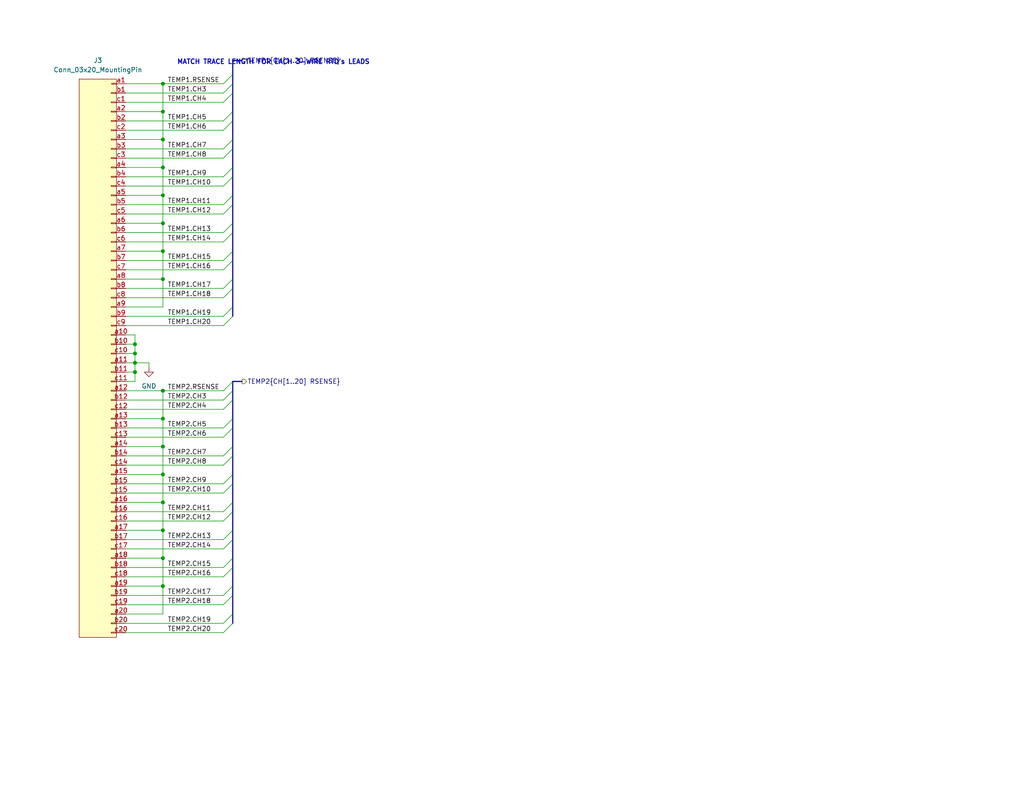
<source format=kicad_sch>
(kicad_sch (version 20211123) (generator eeschema)
  (paper "USLetter")
  (title_block (title "FOXSI-4 Plenum Board") (rev "1") (company "University of Minnesota") (comment 1 "Author: Thanasi Pantazides, panta013@umn.edu"))
  (lib_symbols
    (symbol "Connector_Generic_MountingPin:Conn_03x20_MountingPin"
      (property "Reference" "J" (at 2.54 80.01 0))
      (property "Value" "Conn_03x20_MountingPin" (at 13.97 77.47 0))
      (symbol "Conn_03x20_MountingPin_0_0"
        (pin passive line (at 7.62 6.35 180) (length 2.54) (name "") (number "a10"))
        (pin passive line (at 7.62 -1.27 180) (length 2.54) (name "") (number "a11"))
        (pin passive line (at 7.62 -8.89 180) (length 2.54) (name "") (number "a12"))
        (pin passive line (at 7.62 -16.51 180) (length 2.54) (name "") (number "a13"))
        (pin passive line (at 7.62 -24.13 180) (length 2.54) (name "") (number "a14"))
        (pin passive line (at 7.62 -31.75 180) (length 2.54) (name "") (number "a15"))
        (pin passive line (at 7.62 -39.37 180) (length 2.54) (name "") (number "a16"))
        (pin passive line (at 7.62 -46.99 180) (length 2.54) (name "") (number "a17"))
        (pin passive line (at 7.62 -54.61 180) (length 2.54) (name "") (number "a18"))
        (pin passive line (at 7.62 -62.23 180) (length 2.54) (name "") (number "a19"))
        (pin passive line (at 7.62 67.31 180) (length 2.54) (name "") (number "a2"))
        (pin passive line (at 7.62 -69.85 180) (length 2.54) (name "") (number "a20"))
        (pin passive line (at 7.62 59.69 180) (length 2.54) (name "") (number "a3"))
        (pin passive line (at 7.62 52.07 180) (length 2.54) (name "") (number "a4"))
        (pin passive line (at 7.62 44.45 180) (length 2.54) (name "") (number "a5"))
        (pin passive line (at 7.62 36.83 180) (length 2.54) (name "") (number "a6"))
        (pin passive line (at 7.62 29.21 180) (length 2.54) (name "") (number "a7"))
        (pin passive line (at 7.62 21.59 180) (length 2.54) (name "") (number "a8"))
        (pin passive line (at 7.62 13.97 180) (length 2.54) (name "") (number "a9"))
        (pin passive line (at 7.62 3.81 180) (length 2.54) (name "") (number "b10"))
        (pin passive line (at 7.62 -3.81 180) (length 2.54) (name "") (number "b11"))
        (pin passive line (at 7.62 -11.43 180) (length 2.54) (name "") (number "b12"))
        (pin passive line (at 7.62 -19.05 180) (length 2.54) (name "") (number "b13"))
        (pin passive line (at 7.62 -26.67 180) (length 2.54) (name "") (number "b14"))
        (pin passive line (at 7.62 -34.29 180) (length 2.54) (name "") (number "b15"))
        (pin passive line (at 7.62 -41.91 180) (length 2.54) (name "") (number "b16"))
        (pin passive line (at 7.62 -49.53 180) (length 2.54) (name "") (number "b17"))
        (pin passive line (at 7.62 -57.15 180) (length 2.54) (name "") (number "b18"))
        (pin passive line (at 7.62 -64.77 180) (length 2.54) (name "") (number "b19"))
        (pin passive line (at 7.62 64.77 180) (length 2.54) (name "") (number "b2"))
        (pin passive line (at 7.62 -72.39 180) (length 2.54) (name "") (number "b20"))
        (pin passive line (at 7.62 57.15 180) (length 2.54) (name "") (number "b3"))
        (pin passive line (at 7.62 49.53 180) (length 2.54) (name "") (number "b4"))
        (pin passive line (at 7.62 41.91 180) (length 2.54) (name "") (number "b5"))
        (pin passive line (at 7.62 34.29 180) (length 2.54) (name "") (number "b6"))
        (pin passive line (at 7.62 26.67 180) (length 2.54) (name "") (number "b7"))
        (pin passive line (at 7.62 19.05 180) (length 2.54) (name "") (number "b8"))
        (pin passive line (at 7.62 11.43 180) (length 2.54) (name "") (number "b9"))
        (pin passive line (at 7.62 69.85 180) (length 2.54) (name "") (number "c1"))
        (pin passive line (at 7.62 1.27 180) (length 2.54) (name "") (number "c10"))
        (pin passive line (at 7.62 -6.35 180) (length 2.54) (name "") (number "c11"))
        (pin passive line (at 7.62 -13.97 180) (length 2.54) (name "") (number "c12"))
        (pin passive line (at 7.62 -21.59 180) (length 2.54) (name "") (number "c13"))
        (pin passive line (at 7.62 -29.21 180) (length 2.54) (name "") (number "c14"))
        (pin passive line (at 7.62 -36.83 180) (length 2.54) (name "") (number "c15"))
        (pin passive line (at 7.62 -44.45 180) (length 2.54) (name "") (number "c16"))
        (pin passive line (at 7.62 -52.07 180) (length 2.54) (name "") (number "c17"))
        (pin passive line (at 7.62 -59.69 180) (length 2.54) (name "") (number "c18"))
        (pin passive line (at 7.62 -67.31 180) (length 2.54) (name "") (number "c19"))
        (pin passive line (at 7.62 62.23 180) (length 2.54) (name "") (number "c2"))
        (pin passive line (at 7.62 -74.93 180) (length 2.54) (name "") (number "c20"))
        (pin passive line (at 7.62 54.61 180) (length 2.54) (name "") (number "c3"))
        (pin passive line (at 7.62 46.99 180) (length 2.54) (name "") (number "c4"))
        (pin passive line (at 7.62 39.37 180) (length 2.54) (name "") (number "c5"))
        (pin passive line (at 7.62 31.75 180) (length 2.54) (name "") (number "c6"))
        (pin passive line (at 7.62 24.13 180) (length 2.54) (name "") (number "c7"))
        (pin passive line (at 7.62 16.51 180) (length 2.54) (name "") (number "c8"))
        (pin passive line (at 7.62 8.89 180) (length 2.54) (name "") (number "c9"))
      )
      (symbol "Conn_03x20_MountingPin_0_1"
        (rectangle (start -5.08 76.2) (end 5.08 -76.2) (fill (type background)))
      )
      (symbol "Conn_03x20_MountingPin_1_1"
        (rectangle (start 4.953 -75.057) (end 3.683 -74.803) (stroke (width 0.1524)))
        (rectangle (start 4.953 -72.517) (end 3.683 -72.263) (stroke (width 0.1524)))
        (rectangle (start 4.953 -69.977) (end 3.683 -69.723) (stroke (width 0.1524)))
        (rectangle (start 4.953 -67.437) (end 3.683 -67.183) (stroke (width 0.1524)))
        (rectangle (start 4.953 -64.897) (end 3.683 -64.643) (stroke (width 0.1524)))
        (rectangle (start 4.953 -62.357) (end 3.683 -62.103) (stroke (width 0.1524)))
        (rectangle (start 4.953 -59.817) (end 3.683 -59.563) (stroke (width 0.1524)))
        (rectangle (start 4.953 -57.277) (end 3.683 -57.023) (stroke (width 0.1524)))
        (rectangle (start 4.953 -54.737) (end 3.683 -54.483) (stroke (width 0.1524)))
        (rectangle (start 4.953 -52.197) (end 3.683 -51.943) (stroke (width 0.1524)))
        (rectangle (start 4.953 -49.657) (end 3.683 -49.403) (stroke (width 0.1524)))
        (rectangle (start 4.953 -47.117) (end 3.683 -46.863) (stroke (width 0.1524)))
        (rectangle (start 4.953 -44.577) (end 3.683 -44.323) (stroke (width 0.1524)))
        (rectangle (start 4.953 -42.037) (end 3.683 -41.783) (stroke (width 0.1524)))
        (rectangle (start 4.953 -39.497) (end 3.683 -39.243) (stroke (width 0.1524)))
        (rectangle (start 4.953 -36.957) (end 3.683 -36.703) (stroke (width 0.1524)))
        (rectangle (start 4.953 -34.417) (end 3.683 -34.163) (stroke (width 0.1524)))
        (rectangle (start 4.953 -31.877) (end 3.683 -31.623) (stroke (width 0.1524)))
        (rectangle (start 4.953 -29.337) (end 3.683 -29.083) (stroke (width 0.1524)))
        (rectangle (start 4.953 -26.797) (end 3.683 -26.543) (stroke (width 0.1524)))
        (rectangle (start 4.953 -24.257) (end 3.683 -24.003) (stroke (width 0.1524)))
        (rectangle (start 4.953 -21.717) (end 3.683 -21.463) (stroke (width 0.1524)))
        (rectangle (start 4.953 -19.177) (end 3.683 -18.923) (stroke (width 0.1524)))
        (rectangle (start 4.953 -16.637) (end 3.683 -16.383) (stroke (width 0.1524)))
        (rectangle (start 4.953 -14.097) (end 3.683 -13.843) (stroke (width 0.1524)))
        (rectangle (start 4.953 -11.557) (end 3.683 -11.303) (stroke (width 0.1524)))
        (rectangle (start 4.953 -9.017) (end 3.683 -8.763) (stroke (width 0.1524)))
        (rectangle (start 4.953 -6.477) (end 3.683 -6.223) (stroke (width 0.1524)))
        (rectangle (start 4.953 -3.937) (end 3.683 -3.683) (stroke (width 0.1524)))
        (rectangle (start 4.953 -1.397) (end 3.683 -1.143) (stroke (width 0.1524)))
        (rectangle (start 4.953 1.143) (end 3.683 1.397) (stroke (width 0.1524)))
        (rectangle (start 4.953 3.683) (end 3.683 3.937) (stroke (width 0.1524)))
        (rectangle (start 4.953 6.223) (end 3.683 6.477) (stroke (width 0.1524)))
        (rectangle (start 4.953 8.763) (end 3.683 9.017) (stroke (width 0.1524)))
        (rectangle (start 4.953 11.303) (end 3.683 11.557) (stroke (width 0.1524)))
        (rectangle (start 4.953 13.843) (end 3.683 14.097) (stroke (width 0.1524)))
        (rectangle (start 4.953 16.383) (end 3.683 16.637) (stroke (width 0.1524)))
        (rectangle (start 4.953 18.923) (end 3.683 19.177) (stroke (width 0.1524)))
        (rectangle (start 4.953 21.463) (end 3.683 21.717) (stroke (width 0.1524)))
        (rectangle (start 4.953 24.003) (end 3.683 24.257) (stroke (width 0.1524)))
        (rectangle (start 4.953 26.543) (end 3.683 26.797) (stroke (width 0.1524)))
        (rectangle (start 4.953 29.083) (end 3.683 29.337) (stroke (width 0.1524)))
        (rectangle (start 4.953 31.623) (end 3.683 31.877) (stroke (width 0.1524)))
        (rectangle (start 4.953 34.163) (end 3.683 34.417) (stroke (width 0.1524)))
        (rectangle (start 4.953 36.703) (end 3.683 36.957) (stroke (width 0.1524)))
        (rectangle (start 4.953 39.243) (end 3.683 39.497) (stroke (width 0.1524)))
        (rectangle (start 4.953 41.783) (end 3.683 42.037) (stroke (width 0.1524)))
        (rectangle (start 4.953 44.323) (end 3.683 44.577) (stroke (width 0.1524)))
        (rectangle (start 4.953 46.863) (end 3.683 47.117) (stroke (width 0.1524)))
        (rectangle (start 4.953 49.403) (end 3.683 49.657) (stroke (width 0.1524)))
        (rectangle (start 4.953 51.943) (end 3.683 52.197) (stroke (width 0.1524)))
        (rectangle (start 4.953 54.483) (end 3.683 54.737) (stroke (width 0.1524)))
        (rectangle (start 4.953 57.023) (end 3.683 57.277) (stroke (width 0.1524)))
        (rectangle (start 4.953 59.563) (end 3.683 59.817) (stroke (width 0.1524)))
        (rectangle (start 4.953 62.103) (end 3.683 62.357) (stroke (width 0.1524)))
        (rectangle (start 4.953 64.643) (end 3.683 64.897) (stroke (width 0.1524)))
        (rectangle (start 4.953 67.183) (end 3.683 67.437) (stroke (width 0.1524)))
        (rectangle (start 4.953 69.723) (end 3.683 69.977) (stroke (width 0.1524)))
        (rectangle (start 4.953 72.263) (end 3.683 72.517) (stroke (width 0.1524)))
        (rectangle (start 5.08 74.803) (end 3.81 75.057) (stroke (width 0.1524)))
        (pin passive line (at 7.62 74.93 180) (length 2.54) (name "") (number "a1"))
        (pin passive line (at 7.62 72.39 180) (length 2.54) (name "") (number "b1"))
      )
    )
    (symbol "power:GND" (power) (pin_names (offset 0))
      (property "Value" "GND" (at 0 -3.81 0))
      (symbol "GND_0_1"
        (polyline (pts (xy 0 0) (xy 0 -1.27) (xy 1.27 -1.27) (xy 0 -2.54) (xy -1.27 -1.27) (xy 0 -1.27)))
      )
      (symbol "GND_1_1"
        (pin power_in line (at 0 0 270) (length 0) hide (name "GND") (number "1"))
      )
    )
  )
  (junction (at 44.45 152.4))
  (junction (at 36.83 101.6))
  (junction (at 44.45 53.34))
  (junction (at 36.83 93.98))
  (junction (at 44.45 30.48))
  (junction (at 44.45 121.92))
  (junction (at 44.45 114.3))
  (junction (at 44.45 60.96))
  (junction (at 44.45 68.58))
  (junction (at 44.45 106.68))
  (junction (at 44.45 76.2))
  (junction (at 36.83 99.06))
  (junction (at 44.45 160.02))
  (junction (at 44.45 45.72))
  (junction (at 44.45 38.1))
  (junction (at 36.83 96.52))
  (junction (at 44.45 129.54))
  (junction (at 44.45 22.86))
  (junction (at 44.45 144.78))
  (junction (at 44.45 137.16))
  (bus_entry (at 60.96 124.46) (size 2.54 -2.54))
  (bus_entry (at 60.96 134.62) (size 2.54 -2.54))
  (bus_entry (at 60.96 78.74) (size 2.54 -2.54))
  (bus_entry (at 60.96 27.94) (size 2.54 -2.54))
  (bus_entry (at 60.96 172.72) (size 2.54 -2.54))
  (bus_entry (at 60.96 106.68) (size 2.54 -2.54))
  (bus_entry (at 60.96 165.1) (size 2.54 -2.54))
  (bus_entry (at 60.96 157.48) (size 2.54 -2.54))
  (bus_entry (at 60.96 142.24) (size 2.54 -2.54))
  (bus_entry (at 60.96 81.28) (size 2.54 -2.54))
  (bus_entry (at 60.96 58.42) (size 2.54 -2.54))
  (bus_entry (at 60.96 111.76) (size 2.54 -2.54))
  (bus_entry (at 60.96 35.56) (size 2.54 -2.54))
  (bus_entry (at 60.96 88.9) (size 2.54 -2.54))
  (bus_entry (at 60.96 55.88) (size 2.54 -2.54))
  (bus_entry (at 60.96 73.66) (size 2.54 -2.54))
  (bus_entry (at 60.96 63.5) (size 2.54 -2.54))
  (bus_entry (at 60.96 116.84) (size 2.54 -2.54))
  (bus_entry (at 63.5 22.86) (size -2.54 2.54))
  (bus_entry (at 60.96 71.12) (size 2.54 -2.54))
  (bus_entry (at 60.96 33.02) (size 2.54 -2.54))
  (bus_entry (at 60.96 119.38) (size 2.54 -2.54))
  (bus_entry (at 60.96 109.22) (size 2.54 -2.54))
  (bus_entry (at 60.96 66.04) (size 2.54 -2.54))
  (bus_entry (at 60.96 162.56) (size 2.54 -2.54))
  (bus_entry (at 60.96 43.18) (size 2.54 -2.54))
  (bus_entry (at 60.96 132.08) (size 2.54 -2.54))
  (bus_entry (at 60.96 127) (size 2.54 -2.54))
  (bus_entry (at 60.96 139.7) (size 2.54 -2.54))
  (bus_entry (at 60.96 86.36) (size 2.54 -2.54))
  (bus_entry (at 60.96 149.86) (size 2.54 -2.54))
  (bus_entry (at 60.96 40.64) (size 2.54 -2.54))
  (bus_entry (at 60.96 22.86) (size 2.54 -2.54))
  (bus_entry (at 60.96 170.18) (size 2.54 -2.54))
  (bus_entry (at 60.96 48.26) (size 2.54 -2.54))
  (bus_entry (at 60.96 50.8) (size 2.54 -2.54))
  (bus_entry (at 60.96 154.94) (size 2.54 -2.54))
  (bus_entry (at 60.96 147.32) (size 2.54 -2.54))
  (wire (pts (xy 36.83 96.52) (xy 36.83 99.06)))
  (wire (pts (xy 34.29 99.06) (xy 36.83 99.06)))
  (wire (pts (xy 34.29 93.98) (xy 36.83 93.98)))
  (wire (pts (xy 34.29 104.14) (xy 36.83 104.14)))
  (bus (pts (xy 63.5 114.3) (xy 63.5 116.84)))
  (wire (pts (xy 44.45 60.96) (xy 44.45 53.34)))
  (wire (pts (xy 34.29 111.76) (xy 60.96 111.76)))
  (wire (pts (xy 34.29 83.82) (xy 44.45 83.82)))
  (wire (pts (xy 34.29 109.22) (xy 60.96 109.22)))
  (wire (pts (xy 44.45 68.58) (xy 44.45 60.96)))
  (bus (pts (xy 63.5 167.64) (xy 63.5 170.18)))
  (wire (pts (xy 34.29 73.66) (xy 60.96 73.66)))
  (wire (pts (xy 34.29 121.92) (xy 44.45 121.92)))
  (wire (pts (xy 34.29 129.54) (xy 44.45 129.54)))
  (wire (pts (xy 34.29 63.5) (xy 60.96 63.5)))
  (bus (pts (xy 63.5 60.96) (xy 63.5 63.5)))
  (wire (pts (xy 34.29 30.48) (xy 44.45 30.48)))
  (bus (pts (xy 63.5 78.74) (xy 63.5 83.82)))
  (wire (pts (xy 34.29 48.26) (xy 60.96 48.26)))
  (wire (pts (xy 34.29 172.72) (xy 60.96 172.72)))
  (wire (pts (xy 44.45 45.72) (xy 44.45 38.1)))
  (bus (pts (xy 63.5 124.46) (xy 63.5 129.54)))
  (wire (pts (xy 36.83 101.6) (xy 36.83 104.14)))
  (bus (pts (xy 63.5 109.22) (xy 63.5 114.3)))
  (bus (pts (xy 66.04 16.51) (xy 63.5 16.51)))
  (wire (pts (xy 34.29 106.68) (xy 44.45 106.68)))
  (bus (pts (xy 63.5 147.32) (xy 63.5 152.4)))
  (wire (pts (xy 36.83 99.06) (xy 36.83 101.6)))
  (wire (pts (xy 34.29 162.56) (xy 60.96 162.56)))
  (wire (pts (xy 44.45 144.78) (xy 44.45 137.16)))
  (wire (pts (xy 34.29 134.62) (xy 60.96 134.62)))
  (wire (pts (xy 34.29 76.2) (xy 44.45 76.2)))
  (bus (pts (xy 66.04 104.14) (xy 63.5 104.14)))
  (wire (pts (xy 34.29 137.16) (xy 44.45 137.16)))
  (wire (pts (xy 40.64 99.06) (xy 40.64 100.33)))
  (bus (pts (xy 63.5 53.34) (xy 63.5 55.88)))
  (wire (pts (xy 44.45 83.82) (xy 44.45 76.2)))
  (wire (pts (xy 34.29 55.88) (xy 60.96 55.88)))
  (wire (pts (xy 34.29 157.48) (xy 60.96 157.48)))
  (wire (pts (xy 34.29 78.74) (xy 60.96 78.74)))
  (bus (pts (xy 63.5 33.02) (xy 63.5 38.1)))
  (wire (pts (xy 34.29 152.4) (xy 44.45 152.4)))
  (bus (pts (xy 63.5 55.88) (xy 63.5 60.96)))
  (bus (pts (xy 63.5 116.84) (xy 63.5 121.92)))
  (wire (pts (xy 36.83 91.44) (xy 36.83 93.98)))
  (wire (pts (xy 44.45 152.4) (xy 44.45 144.78)))
  (wire (pts (xy 44.45 38.1) (xy 44.45 30.48)))
  (bus (pts (xy 63.5 104.14) (xy 63.5 106.68)))
  (bus (pts (xy 63.5 63.5) (xy 63.5 68.58)))
  (wire (pts (xy 34.29 43.18) (xy 60.96 43.18)))
  (wire (pts (xy 34.29 45.72) (xy 44.45 45.72)))
  (wire (pts (xy 34.29 33.02) (xy 60.96 33.02)))
  (wire (pts (xy 34.29 147.32) (xy 60.96 147.32)))
  (wire (pts (xy 34.29 27.94) (xy 60.96 27.94)))
  (wire (pts (xy 36.83 99.06) (xy 40.64 99.06)))
  (wire (pts (xy 34.29 91.44) (xy 36.83 91.44)))
  (wire (pts (xy 34.29 142.24) (xy 60.96 142.24)))
  (wire (pts (xy 34.29 114.3) (xy 44.45 114.3)))
  (wire (pts (xy 34.29 144.78) (xy 44.45 144.78)))
  (wire (pts (xy 34.29 71.12) (xy 60.96 71.12)))
  (wire (pts (xy 44.45 160.02) (xy 44.45 152.4)))
  (bus (pts (xy 63.5 129.54) (xy 63.5 132.08)))
  (wire (pts (xy 34.29 40.64) (xy 60.96 40.64)))
  (wire (pts (xy 34.29 35.56) (xy 60.96 35.56)))
  (bus (pts (xy 63.5 106.68) (xy 63.5 109.22)))
  (wire (pts (xy 34.29 25.4) (xy 60.96 25.4)))
  (wire (pts (xy 44.45 22.86) (xy 60.96 22.86)))
  (bus (pts (xy 63.5 154.94) (xy 63.5 160.02)))
  (wire (pts (xy 44.45 106.68) (xy 60.96 106.68)))
  (bus (pts (xy 63.5 25.4) (xy 63.5 30.48)))
  (bus (pts (xy 63.5 22.86) (xy 63.5 25.4)))
  (wire (pts (xy 44.45 137.16) (xy 44.45 129.54)))
  (wire (pts (xy 34.29 116.84) (xy 60.96 116.84)))
  (wire (pts (xy 34.29 165.1) (xy 60.96 165.1)))
  (wire (pts (xy 44.45 30.48) (xy 44.45 22.86)))
  (wire (pts (xy 34.29 68.58) (xy 44.45 68.58)))
  (wire (pts (xy 34.29 88.9) (xy 60.96 88.9)))
  (wire (pts (xy 34.29 86.36) (xy 60.96 86.36)))
  (wire (pts (xy 34.29 119.38) (xy 60.96 119.38)))
  (wire (pts (xy 44.45 114.3) (xy 44.45 106.68)))
  (wire (pts (xy 34.29 58.42) (xy 60.96 58.42)))
  (bus (pts (xy 63.5 137.16) (xy 63.5 139.7)))
  (wire (pts (xy 36.83 93.98) (xy 36.83 96.52)))
  (wire (pts (xy 34.29 81.28) (xy 60.96 81.28)))
  (wire (pts (xy 34.29 53.34) (xy 44.45 53.34)))
  (bus (pts (xy 63.5 160.02) (xy 63.5 162.56)))
  (bus (pts (xy 63.5 152.4) (xy 63.5 154.94)))
  (bus (pts (xy 63.5 121.92) (xy 63.5 124.46)))
  (bus (pts (xy 63.5 45.72) (xy 63.5 48.26)))
  (wire (pts (xy 34.29 127) (xy 60.96 127)))
  (bus (pts (xy 63.5 83.82) (xy 63.5 86.36)))
  (wire (pts (xy 34.29 60.96) (xy 44.45 60.96)))
  (wire (pts (xy 34.29 170.18) (xy 60.96 170.18)))
  (wire (pts (xy 34.29 154.94) (xy 60.96 154.94)))
  (bus (pts (xy 63.5 76.2) (xy 63.5 78.74)))
  (bus (pts (xy 63.5 30.48) (xy 63.5 33.02)))
  (wire (pts (xy 34.29 149.86) (xy 60.96 149.86)))
  (wire (pts (xy 34.29 50.8) (xy 60.96 50.8)))
  (wire (pts (xy 34.29 96.52) (xy 36.83 96.52)))
  (wire (pts (xy 34.29 22.86) (xy 44.45 22.86)))
  (wire (pts (xy 34.29 101.6) (xy 36.83 101.6)))
  (wire (pts (xy 44.45 167.64) (xy 44.45 160.02)))
  (bus (pts (xy 63.5 48.26) (xy 63.5 53.34)))
  (bus (pts (xy 63.5 38.1) (xy 63.5 40.64)))
  (bus (pts (xy 63.5 20.32) (xy 63.5 22.86)))
  (wire (pts (xy 34.29 132.08) (xy 60.96 132.08)))
  (bus (pts (xy 63.5 162.56) (xy 63.5 167.64)))
  (bus (pts (xy 63.5 144.78) (xy 63.5 147.32)))
  (wire (pts (xy 44.45 129.54) (xy 44.45 121.92)))
  (wire (pts (xy 34.29 139.7) (xy 60.96 139.7)))
  (wire (pts (xy 44.45 121.92) (xy 44.45 114.3)))
  (bus (pts (xy 63.5 139.7) (xy 63.5 144.78)))
  (wire (pts (xy 34.29 66.04) (xy 60.96 66.04)))
  (wire (pts (xy 34.29 167.64) (xy 44.45 167.64)))
  (wire (pts (xy 34.29 160.02) (xy 44.45 160.02)))
  (bus (pts (xy 63.5 16.51) (xy 63.5 20.32)))
  (bus (pts (xy 63.5 132.08) (xy 63.5 137.16)))
  (bus (pts (xy 63.5 68.58) (xy 63.5 71.12)))
  (wire (pts (xy 34.29 38.1) (xy 44.45 38.1)))
  (wire (pts (xy 44.45 76.2) (xy 44.45 68.58)))
  (wire (pts (xy 34.29 124.46) (xy 60.96 124.46)))
  (bus (pts (xy 63.5 40.64) (xy 63.5 45.72)))
  (bus (pts (xy 63.5 71.12) (xy 63.5 76.2)))
  (wire (pts (xy 44.45 53.34) (xy 44.45 45.72)))
  (text "MATCH TRACE LENGTH FOR EACH 3-WIRE RTD's LEADS" (at 48.26 17.78 0) (effects (font (size 1.27 1.27) (thickness 0.254) bold) (justify left bottom)))
  (label "TEMP1.CH15" (at 45.72 71.12 0))
  (label "TEMP1.CH7" (at 45.72 40.64 0))
  (label "TEMP2.CH15" (at 45.72 154.94 0))
  (label "TEMP2.CH18" (at 45.72 165.1 0))
  (label "TEMP1.CH4" (at 45.72 27.94 0))
  (label "TEMP1.CH8" (at 45.72 43.18 0))
  (label "TEMP1.CH14" (at 45.72 66.04 0))
  (label "TEMP2.CH14" (at 45.72 149.86 0))
  (label "TEMP1.CH19" (at 45.72 86.36 0))
  (label "TEMP2.CH3" (at 45.72 109.22 0))
  (label "TEMP1.CH20" (at 45.72 88.9 0))
  (label "TEMP2.CH11" (at 45.72 139.7 0))
  (label "TEMP1.CH17" (at 45.72 78.74 0))
  (label "TEMP2.CH7" (at 45.72 124.46 0))
  (label "TEMP1.RSENSE" (at 45.72 22.86 0))
  (label "TEMP2.CH8" (at 45.72 127 0))
  (label "TEMP2.CH9" (at 45.72 132.08 0))
  (label "TEMP2.CH4" (at 45.72 111.76 0))
  (label "TEMP1.CH16" (at 45.72 73.66 0))
  (label "TEMP2.CH13" (at 45.72 147.32 0))
  (label "TEMP2.CH17" (at 45.72 162.56 0))
  (label "TEMP2.CH6" (at 45.72 119.38 0))
  (label "TEMP2.CH12" (at 45.72 142.24 0))
  (label "TEMP1.CH9" (at 45.72 48.26 0))
  (label "TEMP1.CH5" (at 45.72 33.02 0))
  (label "TEMP2.CH10" (at 45.72 134.62 0))
  (label "TEMP2.CH19" (at 45.72 170.18 0))
  (label "TEMP1.CH18" (at 45.72 81.28 0))
  (label "TEMP2.CH5" (at 45.72 116.84 0))
  (label "TEMP1.CH6" (at 45.72 35.56 0))
  (label "TEMP1.CH10" (at 45.72 50.8 0))
  (label "TEMP2.CH20" (at 45.72 172.72 0))
  (label "TEMP1.CH11" (at 45.72 55.88 0))
  (label "TEMP2.RSENSE" (at 45.72 106.68 0))
  (label "TEMP1.CH12" (at 45.72 58.42 0))
  (label "TEMP2.CH16" (at 45.72 157.48 0))
  (label "TEMP1.CH3" (at 45.72 25.4 0))
  (label "TEMP1.CH13" (at 45.72 63.5 0))
  (hierarchical_label "TEMP2{CH[1..20] RSENSE}" (shape output) (at 66.04 104.14 0))
  (hierarchical_label "TEMP1{CH[1..20] RSENSE}" (shape output) (at 66.04 16.51 0))
  (symbol (lib_id "Connector_Generic_MountingPin:Conn_03x20_MountingPin") (at 26.67 97.79 0) (unit 1)
    (property "Reference" "J3" (at 26.7081 16.51 0))
    (property "Value" "Conn_03x20_MountingPin" (at 26.7081 19.05 0))
    (property "Footprint" "Connector_Harwin:Harwin_JTek-Male_3x20_P2.00mm_Horizontal" (effects hide))
    (property "Datasheet" "https://cdn.harwin.com/pdfs/M83-LML3M1NXX-0000-000.pdf" (effects hide))
  )
  (symbol (lib_id "power:GND") (at 40.64 100.33 0) (unit 1)
    (property "Reference" "#PWR0179" (effects hide))
    (property "Value" "GND" (at 40.64 105.41 0))
  )
)
</source>
